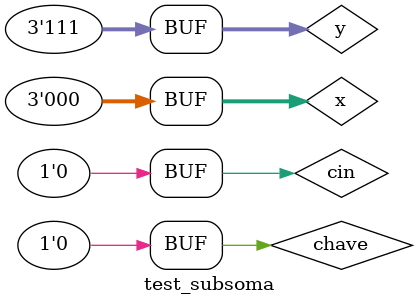
<source format=v>

module fullAdder (soma, cout, a, b, cin);
	input a, b, cin;
	output soma, cout;
	wire s1, c1, c2;
	
	xor (s1, a, b);
	and (c1, a, b);
	xor (soma, s1, cin);
	and (c2, s1, cin);
	or (cout, c1, c2);
endmodule

// -------------------------
// full adder 3bits
// -------------------------
module fullAdder3 (soma, cout, a, b, cin);
	output [2:0] soma;
	output  cout;
	input [2:0] a, b;
	input cin;
	wire c3, c2, c1;
	
	  fullAdder  fa0 (soma[0], c1, a[0], b[0], cin);
	  fullAdder  fa1 (soma[1], c2, a[1], b[1], c1);
	  fullAdder  fa2 (soma[2], cout, a[2], b[2], c2);
endmodule

// -------------------------
// full Diff
// -------------------------
module fullDiff (soma, cout, a, b, cin);
	input a, b, cin; 
	output soma, cout;
	wire s1, s2, s3, c1, c2;
	
	xor (s1, a, b);
	not (s2, a);
	and (c1, s2, b);
	xor (soma, s1, cin);
	not (s3, s1);
	and (c2, s3, cin);
	or (cout, c1, c2);
endmodule

// -------------------------
// full Diff 3bits
// -------------------------
module fullDiff3 (soma, cout, a, b, cin);
	output [2:0] soma;
	output  cout;
	input [2:0] a, b;
	input cin;
	wire c3, c2, c1;
	
	  fullDiff  fa0 (soma[0], c1, a[0], b[0], cin);
	  fullDiff  fa1 (soma[1], c2, a[1], b[1], c1);
	  fullDiff  fa2 (soma[2], cout, a[2], b[2], c2);
endmodule

// -------------------------
// Zero Flag
// -------------------------
module zeroflag(output s, input[2:0] entrada);
	nor(s,entrada[0],entrada[1],entrada[2]);
endmodule

module carry(output s, input[2:0] entrada1, input[2:0] entrada2);
	wire[1:0] k;
	and(k[0],entrada1[0],entrada2[0]);
	and(k[1],entrada1[1],entrada2[1]);
	
	or(s,k[0],k[1]);
endmodule

module overflow(output s, input[2:0] entrada1, input[2:0] entrada2);
	wire[4:0] k;
	and(k[0],entrada1[1],entrada2[1]);
	and(k[1],entrada1[0],entrada2[0]);
	or(k[2],entrada1[1],entrada2[1]);
	and(k[3],k[1],k[2]);
	
	or(s,k[0],k[3]);
endmodule

module sinal(output s, input[2:0] entrada);
	assign s = entrada[2];
endmodule

module AU(output[2:0] s, output cout, input[2:0] a,input[2:0] b, input cin, input chave);
	wire[2:0] s1, s2;
	wire c1, c2;
	
	fullDiff3 fd1(s1,c1,a,b,cin);
	fullAdder3 fa1(s2,c2,a,b,cin);
	
	assign s = chave? s1: s2;
	assign cout = chave? c1: c2;
endmodule

module test_subsoma;
	// ------------------------- definir dados
	reg [2:0] x;
	reg [2:0] y;
	reg cin;
	reg chave;
	wire zf;
	wire cr1;
	wire of1;
	wire cout;
	wire sinal;
	wire[2:0] resultado;
	
	carry cry1(cr1,x,y);
	overflow o1(of1,x,y);
	AU au1(resultado, cout, x, y, cin, chave);
	sinal sin1(sinal,resultado);
	zeroflag zf1(zf, resultado);
	// ------------------------- parte principal
	initial begin
		$display("Exemplo0037 - Marcio Enio Gonçalves Dutra Junior - 441698");
		$display("Test");
		
		chave = 0; cin = 0;
		#1 x = 3'b000; y = 3'b000;
		
		$monitor ("%b + %b = %b		Zero:%b	Carry:%b Overflow:%b Sinal:%b",x,y,resultado,zf,cr1,of1,sinal);
		#1 x = 3'b000; y = 3'b001;
		#1 x = 3'b010; y = 3'b010;
		#1 x = 3'b001; y = 3'b011;
		#1 x = 3'b001; y = 3'b100;
		#1 x = 3'b000; y = 3'b101;
		#1 x = 3'b110; y = 3'b110;
		#1 x = 3'b000; y = 3'b111;
	end
endmodule


</source>
